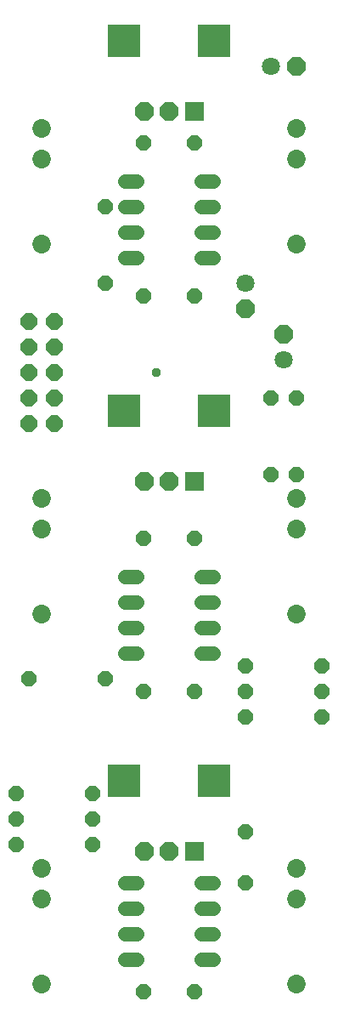
<source format=gts>
G04 EAGLE Gerber RS-274X export*
G75*
%MOMM*%
%FSLAX34Y34*%
%LPD*%
%INSoldermask Top*%
%IPPOS*%
%AMOC8*
5,1,8,0,0,1.08239X$1,22.5*%
G01*
%ADD10C,1.411200*%
%ADD11C,1.853200*%
%ADD12R,1.879600X1.879600*%
%ADD13P,2.034460X8X292.500000*%
%ADD14R,3.319200X3.319200*%
%ADD15P,1.951982X8X22.500000*%
%ADD16C,1.803400*%
%ADD17P,1.649562X8X292.500000*%
%ADD18P,1.951982X8X292.500000*%
%ADD19P,1.951982X8X112.500000*%
%ADD20P,1.759533X8X112.500000*%
%ADD21P,1.649562X8X22.500000*%
%ADD22P,1.649562X8X202.500000*%
%ADD23P,1.649562X8X112.500000*%
%ADD24C,0.959600*%


D10*
X221940Y749300D02*
X209860Y749300D01*
X209860Y774700D02*
X221940Y774700D01*
X221940Y800100D02*
X209860Y800100D01*
X209860Y825500D02*
X221940Y825500D01*
X145740Y825500D02*
X133660Y825500D01*
X133660Y800100D02*
X145740Y800100D01*
X145740Y774700D02*
X133660Y774700D01*
X133660Y749300D02*
X145740Y749300D01*
X209860Y50800D02*
X221940Y50800D01*
X221940Y76200D02*
X209860Y76200D01*
X209860Y101600D02*
X221940Y101600D01*
X221940Y127000D02*
X209860Y127000D01*
X145740Y127000D02*
X133660Y127000D01*
X133660Y101600D02*
X145740Y101600D01*
X145740Y76200D02*
X133660Y76200D01*
X133660Y50800D02*
X145740Y50800D01*
X209860Y355600D02*
X221940Y355600D01*
X221940Y381000D02*
X209860Y381000D01*
X209860Y406400D02*
X221940Y406400D01*
X221940Y431800D02*
X209860Y431800D01*
X145740Y431800D02*
X133660Y431800D01*
X133660Y406400D02*
X145740Y406400D01*
X145740Y381000D02*
X133660Y381000D01*
X133660Y355600D02*
X145740Y355600D01*
D11*
X50800Y762800D03*
X50800Y847800D03*
X50800Y877800D03*
X50800Y26200D03*
X50800Y111200D03*
X50800Y141200D03*
X304800Y762800D03*
X304800Y847800D03*
X304800Y877800D03*
X304800Y26200D03*
X304800Y111200D03*
X304800Y141200D03*
X50800Y394500D03*
X50800Y479500D03*
X50800Y509500D03*
X304800Y394500D03*
X304800Y479500D03*
X304800Y509500D03*
D12*
X202800Y895200D03*
D13*
X177800Y895200D03*
X152800Y895200D03*
D14*
X132800Y965200D03*
X222800Y965200D03*
D12*
X202800Y158600D03*
D13*
X177800Y158600D03*
X152800Y158600D03*
D14*
X132800Y228600D03*
X222800Y228600D03*
D12*
X202800Y526900D03*
D13*
X177800Y526900D03*
X152800Y526900D03*
D14*
X132800Y596900D03*
X222800Y596900D03*
D15*
X304800Y939800D03*
D16*
X279400Y939800D03*
D17*
X114300Y800100D03*
X114300Y723900D03*
D18*
X254000Y698500D03*
D16*
X254000Y723900D03*
D19*
X292100Y673100D03*
D16*
X292100Y647700D03*
D20*
X63500Y584200D03*
X38100Y584200D03*
X63500Y609600D03*
X38100Y609600D03*
X63500Y635000D03*
X38100Y635000D03*
X63500Y660400D03*
X38100Y660400D03*
X63500Y685800D03*
X38100Y685800D03*
D21*
X25400Y190500D03*
X101600Y190500D03*
D22*
X101600Y215900D03*
X25400Y215900D03*
X101600Y165100D03*
X25400Y165100D03*
X330200Y342900D03*
X254000Y342900D03*
X330200Y292100D03*
X254000Y292100D03*
X330200Y317500D03*
X254000Y317500D03*
D17*
X279400Y609600D03*
X279400Y533400D03*
D23*
X304800Y533400D03*
X304800Y609600D03*
D22*
X114300Y330200D03*
X38100Y330200D03*
D21*
X152400Y711200D03*
X203200Y711200D03*
D22*
X203200Y863600D03*
X152400Y863600D03*
D23*
X254000Y127000D03*
X254000Y177800D03*
D21*
X152400Y19050D03*
X203200Y19050D03*
X152400Y317500D03*
X203200Y317500D03*
D22*
X203200Y469900D03*
X152400Y469900D03*
D24*
X165100Y635000D03*
M02*

</source>
